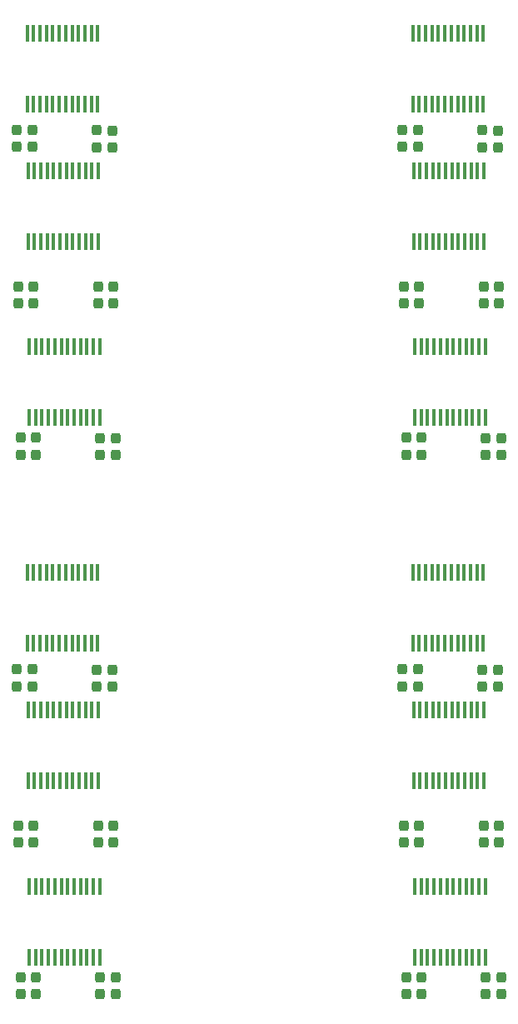
<source format=gbr>
%TF.GenerationSoftware,KiCad,Pcbnew,9.0.1*%
%TF.CreationDate,2025-06-04T09:15:00-05:00*%
%TF.ProjectId,Top_layer_Panel,546f705f-6c61-4796-9572-5f50616e656c,rev?*%
%TF.SameCoordinates,PX5fa74e0PY8cc3280*%
%TF.FileFunction,Paste,Bot*%
%TF.FilePolarity,Positive*%
%FSLAX46Y46*%
G04 Gerber Fmt 4.6, Leading zero omitted, Abs format (unit mm)*
G04 Created by KiCad (PCBNEW 9.0.1) date 2025-06-04 09:15:00*
%MOMM*%
%LPD*%
G01*
G04 APERTURE LIST*
G04 Aperture macros list*
%AMRoundRect*
0 Rectangle with rounded corners*
0 $1 Rounding radius*
0 $2 $3 $4 $5 $6 $7 $8 $9 X,Y pos of 4 corners*
0 Add a 4 corners polygon primitive as box body*
4,1,4,$2,$3,$4,$5,$6,$7,$8,$9,$2,$3,0*
0 Add four circle primitives for the rounded corners*
1,1,$1+$1,$2,$3*
1,1,$1+$1,$4,$5*
1,1,$1+$1,$6,$7*
1,1,$1+$1,$8,$9*
0 Add four rect primitives between the rounded corners*
20,1,$1+$1,$2,$3,$4,$5,0*
20,1,$1+$1,$4,$5,$6,$7,0*
20,1,$1+$1,$6,$7,$8,$9,0*
20,1,$1+$1,$8,$9,$2,$3,0*%
G04 Aperture macros list end*
%ADD10RoundRect,0.237500X-0.237500X0.300000X-0.237500X-0.300000X0.237500X-0.300000X0.237500X0.300000X0*%
%ADD11R,0.450000X1.750000*%
G04 APERTURE END LIST*
D10*
%TO.C,C9*%
X65070000Y14762500D03*
X65070000Y13037500D03*
%TD*%
%TO.C,C11*%
X73180000Y14732500D03*
X73180000Y13007500D03*
%TD*%
%TO.C,C4*%
X33726000Y30139500D03*
X33726000Y28414500D03*
%TD*%
D11*
%TO.C,U3*%
X64215000Y55900000D03*
X64865000Y55900000D03*
X65515000Y55900000D03*
X66165000Y55900000D03*
X66815000Y55900000D03*
X67465000Y55900000D03*
X68115000Y55900000D03*
X68765000Y55900000D03*
X69415000Y55900000D03*
X70065000Y55900000D03*
X70715000Y55900000D03*
X71365000Y55900000D03*
X71365000Y48700000D03*
X70715000Y48700000D03*
X70065000Y48700000D03*
X69415000Y48700000D03*
X68765000Y48700000D03*
X68115000Y48700000D03*
X67465000Y48700000D03*
X66815000Y48700000D03*
X66165000Y48700000D03*
X65515000Y48700000D03*
X64865000Y48700000D03*
X64215000Y48700000D03*
%TD*%
D10*
%TO.C,C8*%
X71280000Y100800000D03*
X71280000Y99075000D03*
%TD*%
%TO.C,C11*%
X33980000Y69532500D03*
X33980000Y67807500D03*
%TD*%
%TO.C,C5*%
X25550000Y100842500D03*
X25550000Y99117500D03*
%TD*%
%TO.C,C2*%
X25590000Y84940000D03*
X25590000Y83215000D03*
%TD*%
%TO.C,C12*%
X32380000Y14735000D03*
X32380000Y13010000D03*
%TD*%
%TO.C,C7*%
X33640000Y45987500D03*
X33640000Y44262500D03*
%TD*%
%TO.C,C2*%
X64790000Y30140000D03*
X64790000Y28415000D03*
%TD*%
D11*
%TO.C,U2*%
X64415000Y24000000D03*
X65065000Y24000000D03*
X65715000Y24000000D03*
X66365000Y24000000D03*
X67015000Y24000000D03*
X67665000Y24000000D03*
X68315000Y24000000D03*
X68965000Y24000000D03*
X69615000Y24000000D03*
X70265000Y24000000D03*
X70915000Y24000000D03*
X71565000Y24000000D03*
X71565000Y16800000D03*
X70915000Y16800000D03*
X70265000Y16800000D03*
X69615000Y16800000D03*
X68965000Y16800000D03*
X68315000Y16800000D03*
X67665000Y16800000D03*
X67015000Y16800000D03*
X66365000Y16800000D03*
X65715000Y16800000D03*
X65065000Y16800000D03*
X64415000Y16800000D03*
%TD*%
D10*
%TO.C,C3*%
X71430000Y30132000D03*
X71430000Y28407000D03*
%TD*%
%TO.C,C3*%
X32230000Y84932000D03*
X32230000Y83207000D03*
%TD*%
%TO.C,C1*%
X24074000Y30159500D03*
X24074000Y28434500D03*
%TD*%
%TO.C,C2*%
X25590000Y30140000D03*
X25590000Y28415000D03*
%TD*%
D11*
%TO.C,U2*%
X25215000Y24000000D03*
X25865000Y24000000D03*
X26515000Y24000000D03*
X27165000Y24000000D03*
X27815000Y24000000D03*
X28465000Y24000000D03*
X29115000Y24000000D03*
X29765000Y24000000D03*
X30415000Y24000000D03*
X31065000Y24000000D03*
X31715000Y24000000D03*
X32365000Y24000000D03*
X32365000Y16800000D03*
X31715000Y16800000D03*
X31065000Y16800000D03*
X30415000Y16800000D03*
X29765000Y16800000D03*
X29115000Y16800000D03*
X28465000Y16800000D03*
X27815000Y16800000D03*
X27165000Y16800000D03*
X26515000Y16800000D03*
X25865000Y16800000D03*
X25215000Y16800000D03*
%TD*%
D10*
%TO.C,C9*%
X25870000Y69562500D03*
X25870000Y67837500D03*
%TD*%
%TO.C,C7*%
X33640000Y100787500D03*
X33640000Y99062500D03*
%TD*%
%TO.C,C3*%
X32230000Y30132000D03*
X32230000Y28407000D03*
%TD*%
%TO.C,C4*%
X33726000Y84939500D03*
X33726000Y83214500D03*
%TD*%
D11*
%TO.C,U4*%
X64290000Y96700000D03*
X64940000Y96700000D03*
X65590000Y96700000D03*
X66240000Y96700000D03*
X66890000Y96700000D03*
X67540000Y96700000D03*
X68190000Y96700000D03*
X68840000Y96700000D03*
X69490000Y96700000D03*
X70140000Y96700000D03*
X70790000Y96700000D03*
X71440000Y96700000D03*
X71440000Y89500000D03*
X70790000Y89500000D03*
X70140000Y89500000D03*
X69490000Y89500000D03*
X68840000Y89500000D03*
X68190000Y89500000D03*
X67540000Y89500000D03*
X66890000Y89500000D03*
X66240000Y89500000D03*
X65590000Y89500000D03*
X64940000Y89500000D03*
X64290000Y89500000D03*
%TD*%
D10*
%TO.C,C5*%
X25550000Y46042500D03*
X25550000Y44317500D03*
%TD*%
%TO.C,C3*%
X71430000Y84932000D03*
X71430000Y83207000D03*
%TD*%
%TO.C,C6*%
X63170000Y100830000D03*
X63170000Y99105000D03*
%TD*%
D11*
%TO.C,U3*%
X25015000Y55900000D03*
X25665000Y55900000D03*
X26315000Y55900000D03*
X26965000Y55900000D03*
X27615000Y55900000D03*
X28265000Y55900000D03*
X28915000Y55900000D03*
X29565000Y55900000D03*
X30215000Y55900000D03*
X30865000Y55900000D03*
X31515000Y55900000D03*
X32165000Y55900000D03*
X32165000Y48700000D03*
X31515000Y48700000D03*
X30865000Y48700000D03*
X30215000Y48700000D03*
X29565000Y48700000D03*
X28915000Y48700000D03*
X28265000Y48700000D03*
X27615000Y48700000D03*
X26965000Y48700000D03*
X26315000Y48700000D03*
X25665000Y48700000D03*
X25015000Y48700000D03*
%TD*%
D10*
%TO.C,C7*%
X72840000Y100787500D03*
X72840000Y99062500D03*
%TD*%
%TO.C,C11*%
X33980000Y14732500D03*
X33980000Y13007500D03*
%TD*%
%TO.C,C6*%
X63170000Y46030000D03*
X63170000Y44305000D03*
%TD*%
%TO.C,C12*%
X32380000Y69535000D03*
X32380000Y67810000D03*
%TD*%
%TO.C,C1*%
X63274000Y84959500D03*
X63274000Y83234500D03*
%TD*%
%TO.C,C8*%
X32080000Y100800000D03*
X32080000Y99075000D03*
%TD*%
%TO.C,C10*%
X24328000Y69560000D03*
X24328000Y67835000D03*
%TD*%
D11*
%TO.C,U2*%
X25215000Y78800000D03*
X25865000Y78800000D03*
X26515000Y78800000D03*
X27165000Y78800000D03*
X27815000Y78800000D03*
X28465000Y78800000D03*
X29115000Y78800000D03*
X29765000Y78800000D03*
X30415000Y78800000D03*
X31065000Y78800000D03*
X31715000Y78800000D03*
X32365000Y78800000D03*
X32365000Y71600000D03*
X31715000Y71600000D03*
X31065000Y71600000D03*
X30415000Y71600000D03*
X29765000Y71600000D03*
X29115000Y71600000D03*
X28465000Y71600000D03*
X27815000Y71600000D03*
X27165000Y71600000D03*
X26515000Y71600000D03*
X25865000Y71600000D03*
X25215000Y71600000D03*
%TD*%
D10*
%TO.C,C4*%
X72926000Y30139500D03*
X72926000Y28414500D03*
%TD*%
D11*
%TO.C,U4*%
X25090000Y96700000D03*
X25740000Y96700000D03*
X26390000Y96700000D03*
X27040000Y96700000D03*
X27690000Y96700000D03*
X28340000Y96700000D03*
X28990000Y96700000D03*
X29640000Y96700000D03*
X30290000Y96700000D03*
X30940000Y96700000D03*
X31590000Y96700000D03*
X32240000Y96700000D03*
X32240000Y89500000D03*
X31590000Y89500000D03*
X30940000Y89500000D03*
X30290000Y89500000D03*
X29640000Y89500000D03*
X28990000Y89500000D03*
X28340000Y89500000D03*
X27690000Y89500000D03*
X27040000Y89500000D03*
X26390000Y89500000D03*
X25740000Y89500000D03*
X25090000Y89500000D03*
%TD*%
D10*
%TO.C,C9*%
X25870000Y14762500D03*
X25870000Y13037500D03*
%TD*%
D11*
%TO.C,U3*%
X25015000Y110700000D03*
X25665000Y110700000D03*
X26315000Y110700000D03*
X26965000Y110700000D03*
X27615000Y110700000D03*
X28265000Y110700000D03*
X28915000Y110700000D03*
X29565000Y110700000D03*
X30215000Y110700000D03*
X30865000Y110700000D03*
X31515000Y110700000D03*
X32165000Y110700000D03*
X32165000Y103500000D03*
X31515000Y103500000D03*
X30865000Y103500000D03*
X30215000Y103500000D03*
X29565000Y103500000D03*
X28915000Y103500000D03*
X28265000Y103500000D03*
X27615000Y103500000D03*
X26965000Y103500000D03*
X26315000Y103500000D03*
X25665000Y103500000D03*
X25015000Y103500000D03*
%TD*%
D10*
%TO.C,C7*%
X72840000Y45987500D03*
X72840000Y44262500D03*
%TD*%
%TO.C,C5*%
X64750000Y46042500D03*
X64750000Y44317500D03*
%TD*%
%TO.C,C1*%
X63274000Y30159500D03*
X63274000Y28434500D03*
%TD*%
%TO.C,C8*%
X71280000Y46000000D03*
X71280000Y44275000D03*
%TD*%
%TO.C,C4*%
X72926000Y84939500D03*
X72926000Y83214500D03*
%TD*%
%TO.C,C10*%
X63528000Y14760000D03*
X63528000Y13035000D03*
%TD*%
D11*
%TO.C,U4*%
X64290000Y41900000D03*
X64940000Y41900000D03*
X65590000Y41900000D03*
X66240000Y41900000D03*
X66890000Y41900000D03*
X67540000Y41900000D03*
X68190000Y41900000D03*
X68840000Y41900000D03*
X69490000Y41900000D03*
X70140000Y41900000D03*
X70790000Y41900000D03*
X71440000Y41900000D03*
X71440000Y34700000D03*
X70790000Y34700000D03*
X70140000Y34700000D03*
X69490000Y34700000D03*
X68840000Y34700000D03*
X68190000Y34700000D03*
X67540000Y34700000D03*
X66890000Y34700000D03*
X66240000Y34700000D03*
X65590000Y34700000D03*
X64940000Y34700000D03*
X64290000Y34700000D03*
%TD*%
D10*
%TO.C,C11*%
X73180000Y69532500D03*
X73180000Y67807500D03*
%TD*%
%TO.C,C5*%
X64750000Y100842500D03*
X64750000Y99117500D03*
%TD*%
%TO.C,C10*%
X63528000Y69560000D03*
X63528000Y67835000D03*
%TD*%
%TO.C,C12*%
X71580000Y69535000D03*
X71580000Y67810000D03*
%TD*%
D11*
%TO.C,U3*%
X64215000Y110700000D03*
X64865000Y110700000D03*
X65515000Y110700000D03*
X66165000Y110700000D03*
X66815000Y110700000D03*
X67465000Y110700000D03*
X68115000Y110700000D03*
X68765000Y110700000D03*
X69415000Y110700000D03*
X70065000Y110700000D03*
X70715000Y110700000D03*
X71365000Y110700000D03*
X71365000Y103500000D03*
X70715000Y103500000D03*
X70065000Y103500000D03*
X69415000Y103500000D03*
X68765000Y103500000D03*
X68115000Y103500000D03*
X67465000Y103500000D03*
X66815000Y103500000D03*
X66165000Y103500000D03*
X65515000Y103500000D03*
X64865000Y103500000D03*
X64215000Y103500000D03*
%TD*%
D10*
%TO.C,C1*%
X24074000Y84959500D03*
X24074000Y83234500D03*
%TD*%
D11*
%TO.C,U4*%
X25090000Y41900000D03*
X25740000Y41900000D03*
X26390000Y41900000D03*
X27040000Y41900000D03*
X27690000Y41900000D03*
X28340000Y41900000D03*
X28990000Y41900000D03*
X29640000Y41900000D03*
X30290000Y41900000D03*
X30940000Y41900000D03*
X31590000Y41900000D03*
X32240000Y41900000D03*
X32240000Y34700000D03*
X31590000Y34700000D03*
X30940000Y34700000D03*
X30290000Y34700000D03*
X29640000Y34700000D03*
X28990000Y34700000D03*
X28340000Y34700000D03*
X27690000Y34700000D03*
X27040000Y34700000D03*
X26390000Y34700000D03*
X25740000Y34700000D03*
X25090000Y34700000D03*
%TD*%
D10*
%TO.C,C8*%
X32080000Y46000000D03*
X32080000Y44275000D03*
%TD*%
%TO.C,C12*%
X71580000Y14735000D03*
X71580000Y13010000D03*
%TD*%
%TO.C,C10*%
X24328000Y14760000D03*
X24328000Y13035000D03*
%TD*%
%TO.C,C6*%
X23970000Y100830000D03*
X23970000Y99105000D03*
%TD*%
D11*
%TO.C,U2*%
X64415000Y78800000D03*
X65065000Y78800000D03*
X65715000Y78800000D03*
X66365000Y78800000D03*
X67015000Y78800000D03*
X67665000Y78800000D03*
X68315000Y78800000D03*
X68965000Y78800000D03*
X69615000Y78800000D03*
X70265000Y78800000D03*
X70915000Y78800000D03*
X71565000Y78800000D03*
X71565000Y71600000D03*
X70915000Y71600000D03*
X70265000Y71600000D03*
X69615000Y71600000D03*
X68965000Y71600000D03*
X68315000Y71600000D03*
X67665000Y71600000D03*
X67015000Y71600000D03*
X66365000Y71600000D03*
X65715000Y71600000D03*
X65065000Y71600000D03*
X64415000Y71600000D03*
%TD*%
D10*
%TO.C,C6*%
X23970000Y46030000D03*
X23970000Y44305000D03*
%TD*%
%TO.C,C9*%
X65070000Y69562500D03*
X65070000Y67837500D03*
%TD*%
%TO.C,C2*%
X64790000Y84940000D03*
X64790000Y83215000D03*
%TD*%
M02*

</source>
